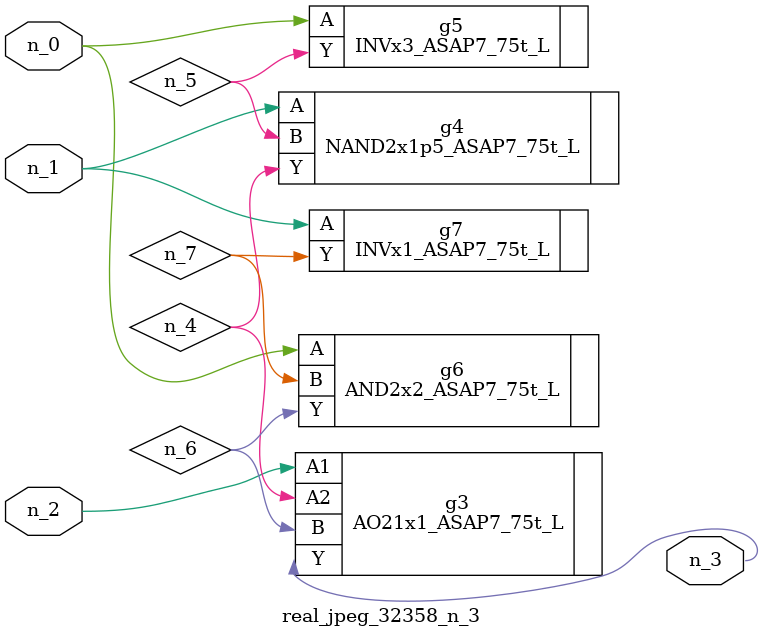
<source format=v>
module real_jpeg_32358_n_3 (n_1, n_0, n_2, n_3);

input n_1;
input n_0;
input n_2;

output n_3;

wire n_5;
wire n_4;
wire n_6;
wire n_7;

INVx3_ASAP7_75t_L g5 ( 
.A(n_0),
.Y(n_5)
);

AND2x2_ASAP7_75t_L g6 ( 
.A(n_0),
.B(n_7),
.Y(n_6)
);

NAND2x1p5_ASAP7_75t_L g4 ( 
.A(n_1),
.B(n_5),
.Y(n_4)
);

INVx1_ASAP7_75t_L g7 ( 
.A(n_1),
.Y(n_7)
);

AO21x1_ASAP7_75t_L g3 ( 
.A1(n_2),
.A2(n_4),
.B(n_6),
.Y(n_3)
);


endmodule
</source>
